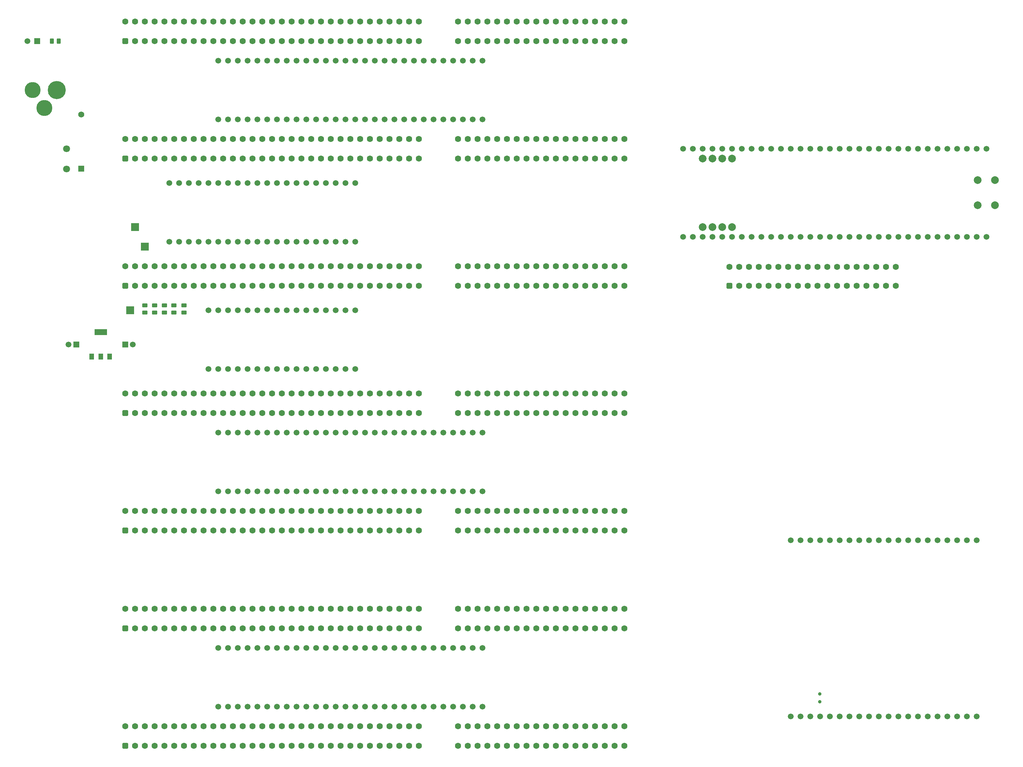
<source format=gbr>
%TF.GenerationSoftware,KiCad,Pcbnew,8.0.4*%
%TF.CreationDate,2024-08-13T10:11:20+02:00*%
%TF.ProjectId,Mainboard Small,4d61696e-626f-4617-9264-20536d616c6c,rev?*%
%TF.SameCoordinates,Original*%
%TF.FileFunction,Soldermask,Top*%
%TF.FilePolarity,Negative*%
%FSLAX46Y46*%
G04 Gerber Fmt 4.6, Leading zero omitted, Abs format (unit mm)*
G04 Created by KiCad (PCBNEW 8.0.4) date 2024-08-13 10:11:20*
%MOMM*%
%LPD*%
G01*
G04 APERTURE LIST*
G04 Aperture macros list*
%AMRoundRect*
0 Rectangle with rounded corners*
0 $1 Rounding radius*
0 $2 $3 $4 $5 $6 $7 $8 $9 X,Y pos of 4 corners*
0 Add a 4 corners polygon primitive as box body*
4,1,4,$2,$3,$4,$5,$6,$7,$8,$9,$2,$3,0*
0 Add four circle primitives for the rounded corners*
1,1,$1+$1,$2,$3*
1,1,$1+$1,$4,$5*
1,1,$1+$1,$6,$7*
1,1,$1+$1,$8,$9*
0 Add four rect primitives between the rounded corners*
20,1,$1+$1,$2,$3,$4,$5,0*
20,1,$1+$1,$4,$5,$6,$7,0*
20,1,$1+$1,$6,$7,$8,$9,0*
20,1,$1+$1,$8,$9,$2,$3,0*%
G04 Aperture macros list end*
%ADD10RoundRect,0.250000X-0.450000X0.262500X-0.450000X-0.262500X0.450000X-0.262500X0.450000X0.262500X0*%
%ADD11R,1.200000X1.500000*%
%ADD12R,3.300000X1.500000*%
%ADD13RoundRect,0.400000X0.400000X0.400000X-0.400000X0.400000X-0.400000X-0.400000X0.400000X-0.400000X0*%
%ADD14C,1.600000*%
%ADD15C,4.700000*%
%ADD16C,4.150000*%
%ADD17C,1.500000*%
%ADD18C,0.900000*%
%ADD19RoundRect,0.250000X0.450000X-0.262500X0.450000X0.262500X-0.450000X0.262500X-0.450000X-0.262500X0*%
%ADD20R,2.000000X2.000000*%
%ADD21R,1.500000X1.500000*%
%ADD22C,2.000000*%
%ADD23RoundRect,0.250000X-0.262500X-0.450000X0.262500X-0.450000X0.262500X0.450000X-0.262500X0.450000X0*%
%ADD24R,1.575000X1.575000*%
%ADD25C,1.575000*%
%ADD26C,1.800000*%
G04 APERTURE END LIST*
D10*
%TO.C,R6*%
X60960000Y-91480000D03*
X60960000Y-93305000D03*
%TD*%
D11*
%TO.C,IC3*%
X37070000Y-104800000D03*
X39370000Y-104800000D03*
X41670000Y-104800000D03*
D12*
X39370000Y-98400000D03*
%TD*%
D13*
%TO.C,MPD0*%
X202565000Y-86360000D03*
D14*
X202565000Y-81509000D03*
X205105000Y-86360000D03*
X205105000Y-81509000D03*
X207645000Y-86360000D03*
X207645000Y-81509000D03*
X210185000Y-86360000D03*
X210185000Y-81509000D03*
X212725000Y-86360000D03*
X212725000Y-81509000D03*
X215265000Y-86360000D03*
X215265000Y-81509000D03*
X217805000Y-86360000D03*
X217805000Y-81509000D03*
X220345000Y-86360000D03*
X220345000Y-81509000D03*
X222885000Y-86360000D03*
X222885000Y-81509000D03*
X225425000Y-86360000D03*
X225425000Y-81509000D03*
X227965000Y-86360000D03*
X227965000Y-81509000D03*
X230505000Y-86360000D03*
X230505000Y-81509000D03*
X233045000Y-86360000D03*
X233045000Y-81509000D03*
X235585000Y-86360000D03*
X235585000Y-81509000D03*
X238125000Y-86360000D03*
X238125000Y-81509000D03*
X240665000Y-86360000D03*
X240665000Y-81509000D03*
X243205000Y-86360000D03*
X243205000Y-81509000D03*
X245745000Y-86360000D03*
X245745000Y-81509000D03*
%TD*%
%TO.C,DEV5*%
X45720000Y-144780000D03*
X48260000Y-144780000D03*
X50800000Y-144780000D03*
X53340000Y-144780000D03*
X55880000Y-144780000D03*
X58420000Y-144780000D03*
X60960000Y-144780000D03*
X63500000Y-144780000D03*
X66040000Y-144780000D03*
X68580000Y-144780000D03*
X71120000Y-144780000D03*
X73660000Y-144780000D03*
X76200000Y-144780000D03*
X78740000Y-144780000D03*
X81280000Y-144780000D03*
X83820000Y-144780000D03*
X86360000Y-144780000D03*
X88900000Y-144780000D03*
X91440000Y-144780000D03*
X93980000Y-144780000D03*
X96520000Y-144780000D03*
X99060000Y-144780000D03*
X101600000Y-144780000D03*
X104140000Y-144780000D03*
X106680000Y-144780000D03*
X109220000Y-144780000D03*
X111760000Y-144780000D03*
X114300000Y-144780000D03*
X116840000Y-144780000D03*
X119380000Y-144780000D03*
X121920000Y-144780000D03*
D13*
X45720000Y-149860000D03*
D14*
X48260000Y-149860000D03*
X50800000Y-149860000D03*
X53340000Y-149860000D03*
X55880000Y-149860000D03*
X58420000Y-149860000D03*
X60960000Y-149860000D03*
X63500000Y-149860000D03*
X66040000Y-149860000D03*
X68580000Y-149860000D03*
X71120000Y-149860000D03*
X73660000Y-149860000D03*
X76200000Y-149860000D03*
X78740000Y-149860000D03*
X81280000Y-149860000D03*
X83820000Y-149860000D03*
X86360000Y-149860000D03*
X88900000Y-149860000D03*
X91440000Y-149860000D03*
X93980000Y-149860000D03*
X96520000Y-149860000D03*
X99060000Y-149860000D03*
X101600000Y-149860000D03*
X104140000Y-149860000D03*
X106680000Y-149860000D03*
X109220000Y-149860000D03*
X111760000Y-149860000D03*
X114300000Y-149860000D03*
X116840000Y-149860000D03*
X119380000Y-149860000D03*
X121920000Y-149860000D03*
X132080000Y-144780000D03*
X134620000Y-144780000D03*
X137160000Y-144780000D03*
X139700000Y-144780000D03*
X142240000Y-144780000D03*
X144780000Y-144780000D03*
X147320000Y-144780000D03*
X149860000Y-144780000D03*
X152400000Y-144780000D03*
X154940000Y-144780000D03*
X157480000Y-144780000D03*
X160020000Y-144780000D03*
X162560000Y-144780000D03*
X165100000Y-144780000D03*
X167640000Y-144780000D03*
X170180000Y-144780000D03*
X172720000Y-144780000D03*
X175260000Y-144780000D03*
X132080000Y-149860000D03*
X134620000Y-149860000D03*
X137160000Y-149860000D03*
X139700000Y-149860000D03*
X142240000Y-149860000D03*
X144780000Y-149860000D03*
X147320000Y-149860000D03*
X149860000Y-149860000D03*
X152400000Y-149860000D03*
X154940000Y-149860000D03*
X157480000Y-149860000D03*
X160020000Y-149860000D03*
X162560000Y-149860000D03*
X165100000Y-149860000D03*
X167640000Y-149860000D03*
X170180000Y-149860000D03*
X172720000Y-149860000D03*
X175260000Y-149860000D03*
%TD*%
D15*
%TO.C,J3*%
X27940000Y-35560000D03*
D16*
X24740000Y-40260000D03*
X21740000Y-35560000D03*
%TD*%
D17*
%TO.C,B1*%
X69850000Y-43180000D03*
X72390000Y-43180000D03*
X74930000Y-43180000D03*
X77470000Y-43180000D03*
X80010000Y-43180000D03*
X82550000Y-43180000D03*
X85090000Y-43180000D03*
X87630000Y-43180000D03*
X90170000Y-43180000D03*
X92710000Y-43180000D03*
X95250000Y-43180000D03*
X97790000Y-43180000D03*
X100330000Y-43180000D03*
X102870000Y-43180000D03*
X105410000Y-43180000D03*
X107950000Y-43180000D03*
X110490000Y-43180000D03*
X113030000Y-43180000D03*
X115570000Y-43180000D03*
X118110000Y-43180000D03*
X120650000Y-43180000D03*
X123190000Y-43180000D03*
X125730000Y-43180000D03*
X128270000Y-43180000D03*
X130810000Y-43180000D03*
X133350000Y-43180000D03*
X135890000Y-43180000D03*
X138430000Y-43180000D03*
X138430000Y-27940000D03*
X135890000Y-27940000D03*
X133350000Y-27940000D03*
X130810000Y-27940000D03*
X128270000Y-27940000D03*
X125730000Y-27940000D03*
X123190000Y-27940000D03*
X120650000Y-27940000D03*
X118110000Y-27940000D03*
X115570000Y-27940000D03*
X113030000Y-27940000D03*
X110490000Y-27940000D03*
X107950000Y-27940000D03*
X105410000Y-27940000D03*
X102870000Y-27940000D03*
X100330000Y-27940000D03*
X97790000Y-27940000D03*
X95250000Y-27940000D03*
X92710000Y-27940000D03*
X90170000Y-27940000D03*
X87630000Y-27940000D03*
X85090000Y-27940000D03*
X82550000Y-27940000D03*
X80010000Y-27940000D03*
X77470000Y-27940000D03*
X74930000Y-27940000D03*
X72390000Y-27940000D03*
X69850000Y-27940000D03*
%TD*%
%TO.C,B3*%
X69850000Y-195580000D03*
X72390000Y-195580000D03*
X74930000Y-195580000D03*
X77470000Y-195580000D03*
X80010000Y-195580000D03*
X82550000Y-195580000D03*
X85090000Y-195580000D03*
X87630000Y-195580000D03*
X90170000Y-195580000D03*
X92710000Y-195580000D03*
X95250000Y-195580000D03*
X97790000Y-195580000D03*
X100330000Y-195580000D03*
X102870000Y-195580000D03*
X105410000Y-195580000D03*
X107950000Y-195580000D03*
X110490000Y-195580000D03*
X113030000Y-195580000D03*
X115570000Y-195580000D03*
X118110000Y-195580000D03*
X120650000Y-195580000D03*
X123190000Y-195580000D03*
X125730000Y-195580000D03*
X128270000Y-195580000D03*
X130810000Y-195580000D03*
X133350000Y-195580000D03*
X135890000Y-195580000D03*
X138430000Y-195580000D03*
X138430000Y-180340000D03*
X135890000Y-180340000D03*
X133350000Y-180340000D03*
X130810000Y-180340000D03*
X128270000Y-180340000D03*
X125730000Y-180340000D03*
X123190000Y-180340000D03*
X120650000Y-180340000D03*
X118110000Y-180340000D03*
X115570000Y-180340000D03*
X113030000Y-180340000D03*
X110490000Y-180340000D03*
X107950000Y-180340000D03*
X105410000Y-180340000D03*
X102870000Y-180340000D03*
X100330000Y-180340000D03*
X97790000Y-180340000D03*
X95250000Y-180340000D03*
X92710000Y-180340000D03*
X90170000Y-180340000D03*
X87630000Y-180340000D03*
X85090000Y-180340000D03*
X82550000Y-180340000D03*
X80010000Y-180340000D03*
X77470000Y-180340000D03*
X74930000Y-180340000D03*
X72390000Y-180340000D03*
X69850000Y-180340000D03*
%TD*%
D18*
%TO.C,B6*%
X226035000Y-194335400D03*
X226035000Y-192335400D03*
D17*
X218440000Y-198120000D03*
X220980000Y-198120000D03*
X223520000Y-198120000D03*
X226060000Y-198120000D03*
X228600000Y-198120000D03*
X231140000Y-198120000D03*
X233680000Y-198120000D03*
X236220000Y-198120000D03*
X238760000Y-198120000D03*
X241300000Y-198120000D03*
X243840000Y-198120000D03*
X246380000Y-198120000D03*
X248920000Y-198120000D03*
X251460000Y-198120000D03*
X254000000Y-198120000D03*
X256540000Y-198120000D03*
X259080000Y-198120000D03*
X261620000Y-198120000D03*
X264160000Y-198120000D03*
X266700000Y-198120000D03*
X266700000Y-152400000D03*
X264160000Y-152400000D03*
X261620000Y-152400000D03*
X259080000Y-152400000D03*
X256540000Y-152400000D03*
X254000000Y-152400000D03*
X251460000Y-152400000D03*
X248920000Y-152400000D03*
X246380000Y-152400000D03*
X243840000Y-152400000D03*
X241300000Y-152400000D03*
X238760000Y-152400000D03*
X236220000Y-152400000D03*
X233680000Y-152400000D03*
X231140000Y-152400000D03*
X228600000Y-152400000D03*
X226060000Y-152400000D03*
X223520000Y-152400000D03*
X220980000Y-152400000D03*
X218440000Y-152400000D03*
%TD*%
D19*
%TO.C,R2*%
X53340000Y-93305000D03*
X53340000Y-91480000D03*
%TD*%
D10*
%TO.C,R1*%
X50800000Y-91480000D03*
X50800000Y-93305000D03*
%TD*%
%TO.C,R4*%
X55900000Y-91480000D03*
X55900000Y-93305000D03*
%TD*%
D20*
%TO.C,TP2*%
X50800000Y-76240000D03*
%TD*%
D21*
%TO.C,C4*%
X45720000Y-101600000D03*
D17*
X47720000Y-101600000D03*
%TD*%
D19*
%TO.C,R5*%
X58400000Y-93305000D03*
X58400000Y-91480000D03*
%TD*%
D20*
%TO.C,TP1*%
X48260000Y-71160000D03*
%TD*%
D14*
%TO.C,DEV16*%
X45720000Y-17780000D03*
X48260000Y-17780000D03*
X50800000Y-17780000D03*
X53340000Y-17780000D03*
X55880000Y-17780000D03*
X58420000Y-17780000D03*
X60960000Y-17780000D03*
X63500000Y-17780000D03*
X66040000Y-17780000D03*
X68580000Y-17780000D03*
X71120000Y-17780000D03*
X73660000Y-17780000D03*
X76200000Y-17780000D03*
X78740000Y-17780000D03*
X81280000Y-17780000D03*
X83820000Y-17780000D03*
X86360000Y-17780000D03*
X88900000Y-17780000D03*
X91440000Y-17780000D03*
X93980000Y-17780000D03*
X96520000Y-17780000D03*
X99060000Y-17780000D03*
X101600000Y-17780000D03*
X104140000Y-17780000D03*
X106680000Y-17780000D03*
X109220000Y-17780000D03*
X111760000Y-17780000D03*
X114300000Y-17780000D03*
X116840000Y-17780000D03*
X119380000Y-17780000D03*
X121920000Y-17780000D03*
D13*
X45720000Y-22860000D03*
D14*
X48260000Y-22860000D03*
X50800000Y-22860000D03*
X53340000Y-22860000D03*
X55880000Y-22860000D03*
X58420000Y-22860000D03*
X60960000Y-22860000D03*
X63500000Y-22860000D03*
X66040000Y-22860000D03*
X68580000Y-22860000D03*
X71120000Y-22860000D03*
X73660000Y-22860000D03*
X76200000Y-22860000D03*
X78740000Y-22860000D03*
X81280000Y-22860000D03*
X83820000Y-22860000D03*
X86360000Y-22860000D03*
X88900000Y-22860000D03*
X91440000Y-22860000D03*
X93980000Y-22860000D03*
X96520000Y-22860000D03*
X99060000Y-22860000D03*
X101600000Y-22860000D03*
X104140000Y-22860000D03*
X106680000Y-22860000D03*
X109220000Y-22860000D03*
X111760000Y-22860000D03*
X114300000Y-22860000D03*
X116840000Y-22860000D03*
X119380000Y-22860000D03*
X121920000Y-22860000D03*
X132080000Y-17780000D03*
X134620000Y-17780000D03*
X137160000Y-17780000D03*
X139700000Y-17780000D03*
X142240000Y-17780000D03*
X144780000Y-17780000D03*
X147320000Y-17780000D03*
X149860000Y-17780000D03*
X152400000Y-17780000D03*
X154940000Y-17780000D03*
X157480000Y-17780000D03*
X160020000Y-17780000D03*
X162560000Y-17780000D03*
X165100000Y-17780000D03*
X167640000Y-17780000D03*
X170180000Y-17780000D03*
X172720000Y-17780000D03*
X175260000Y-17780000D03*
X132080000Y-22860000D03*
X134620000Y-22860000D03*
X137160000Y-22860000D03*
X139700000Y-22860000D03*
X142240000Y-22860000D03*
X144780000Y-22860000D03*
X147320000Y-22860000D03*
X149860000Y-22860000D03*
X152400000Y-22860000D03*
X154940000Y-22860000D03*
X157480000Y-22860000D03*
X160020000Y-22860000D03*
X162560000Y-22860000D03*
X165100000Y-22860000D03*
X167640000Y-22860000D03*
X170180000Y-22860000D03*
X172720000Y-22860000D03*
X175260000Y-22860000D03*
%TD*%
D22*
%TO.C,B12*%
X195580000Y-71120000D03*
X198120000Y-71120000D03*
X200660000Y-71120000D03*
X203200000Y-71120000D03*
X266990000Y-65480000D03*
X271490000Y-65480000D03*
X266990000Y-58980000D03*
X271490000Y-58980000D03*
X195580000Y-53340000D03*
X198120000Y-53340000D03*
X200660000Y-53340000D03*
X203200000Y-53340000D03*
D17*
X190500000Y-73660000D03*
X193040000Y-73660000D03*
X195580000Y-73660000D03*
X198120000Y-73660000D03*
X200660000Y-73660000D03*
X203200000Y-73660000D03*
X205740000Y-73660000D03*
X208280000Y-73660000D03*
X210820000Y-73660000D03*
X213360000Y-73660000D03*
X215900000Y-73660000D03*
X218440000Y-73660000D03*
X220980000Y-73660000D03*
X223520000Y-73660000D03*
X226060000Y-73660000D03*
X228600000Y-73660000D03*
X231140000Y-73660000D03*
X233680000Y-73660000D03*
X236220000Y-73660000D03*
X238760000Y-73660000D03*
X241300000Y-73660000D03*
X243840000Y-73660000D03*
X246380000Y-73660000D03*
X248920000Y-73660000D03*
X251460000Y-73660000D03*
X254000000Y-73660000D03*
X256540000Y-73660000D03*
X259080000Y-73660000D03*
X261620000Y-73660000D03*
X264160000Y-73660000D03*
X266700000Y-73660000D03*
X269240000Y-73660000D03*
X269240000Y-50800000D03*
X266700000Y-50800000D03*
X264160000Y-50800000D03*
X261620000Y-50800000D03*
X259080000Y-50800000D03*
X256540000Y-50800000D03*
X254000000Y-50800000D03*
X251460000Y-50800000D03*
X248920000Y-50800000D03*
X246380000Y-50800000D03*
X243840000Y-50800000D03*
X241300000Y-50800000D03*
X238760000Y-50800000D03*
X236220000Y-50800000D03*
X233680000Y-50800000D03*
X231140000Y-50800000D03*
X228600000Y-50800000D03*
X226060000Y-50800000D03*
X223520000Y-50800000D03*
X220980000Y-50800000D03*
X218440000Y-50800000D03*
X215900000Y-50800000D03*
X213360000Y-50800000D03*
X210820000Y-50800000D03*
X208280000Y-50800000D03*
X205740000Y-50800000D03*
X203200000Y-50800000D03*
X200660000Y-50800000D03*
X198120000Y-50800000D03*
X195580000Y-50800000D03*
X193040000Y-50800000D03*
X190500000Y-50800000D03*
%TD*%
D21*
%TO.C,LED2*%
X22860000Y-22860000D03*
D17*
X20320000Y-22860000D03*
%TD*%
D21*
%TO.C,C3*%
X33020000Y-101600000D03*
D17*
X31020000Y-101600000D03*
%TD*%
D23*
%TO.C,R3*%
X26670000Y-22860000D03*
X28495000Y-22860000D03*
%TD*%
D14*
%TO.C,DEV4*%
X45720000Y-170180000D03*
X48260000Y-170180000D03*
X50800000Y-170180000D03*
X53340000Y-170180000D03*
X55880000Y-170180000D03*
X58420000Y-170180000D03*
X60960000Y-170180000D03*
X63500000Y-170180000D03*
X66040000Y-170180000D03*
X68580000Y-170180000D03*
X71120000Y-170180000D03*
X73660000Y-170180000D03*
X76200000Y-170180000D03*
X78740000Y-170180000D03*
X81280000Y-170180000D03*
X83820000Y-170180000D03*
X86360000Y-170180000D03*
X88900000Y-170180000D03*
X91440000Y-170180000D03*
X93980000Y-170180000D03*
X96520000Y-170180000D03*
X99060000Y-170180000D03*
X101600000Y-170180000D03*
X104140000Y-170180000D03*
X106680000Y-170180000D03*
X109220000Y-170180000D03*
X111760000Y-170180000D03*
X114300000Y-170180000D03*
X116840000Y-170180000D03*
X119380000Y-170180000D03*
X121920000Y-170180000D03*
D13*
X45720000Y-175260000D03*
D14*
X48260000Y-175260000D03*
X50800000Y-175260000D03*
X53340000Y-175260000D03*
X55880000Y-175260000D03*
X58420000Y-175260000D03*
X60960000Y-175260000D03*
X63500000Y-175260000D03*
X66040000Y-175260000D03*
X68580000Y-175260000D03*
X71120000Y-175260000D03*
X73660000Y-175260000D03*
X76200000Y-175260000D03*
X78740000Y-175260000D03*
X81280000Y-175260000D03*
X83820000Y-175260000D03*
X86360000Y-175260000D03*
X88900000Y-175260000D03*
X91440000Y-175260000D03*
X93980000Y-175260000D03*
X96520000Y-175260000D03*
X99060000Y-175260000D03*
X101600000Y-175260000D03*
X104140000Y-175260000D03*
X106680000Y-175260000D03*
X109220000Y-175260000D03*
X111760000Y-175260000D03*
X114300000Y-175260000D03*
X116840000Y-175260000D03*
X119380000Y-175260000D03*
X121920000Y-175260000D03*
X132080000Y-170180000D03*
X134620000Y-170180000D03*
X137160000Y-170180000D03*
X139700000Y-170180000D03*
X142240000Y-170180000D03*
X144780000Y-170180000D03*
X147320000Y-170180000D03*
X149860000Y-170180000D03*
X152400000Y-170180000D03*
X154940000Y-170180000D03*
X157480000Y-170180000D03*
X160020000Y-170180000D03*
X162560000Y-170180000D03*
X165100000Y-170180000D03*
X167640000Y-170180000D03*
X170180000Y-170180000D03*
X172720000Y-170180000D03*
X175260000Y-170180000D03*
X132080000Y-175260000D03*
X134620000Y-175260000D03*
X137160000Y-175260000D03*
X139700000Y-175260000D03*
X142240000Y-175260000D03*
X144780000Y-175260000D03*
X147320000Y-175260000D03*
X149860000Y-175260000D03*
X152400000Y-175260000D03*
X154940000Y-175260000D03*
X157480000Y-175260000D03*
X160020000Y-175260000D03*
X162560000Y-175260000D03*
X165100000Y-175260000D03*
X167640000Y-175260000D03*
X170180000Y-175260000D03*
X172720000Y-175260000D03*
X175260000Y-175260000D03*
%TD*%
%TO.C,DEV3*%
X45720000Y-200660000D03*
X48260000Y-200660000D03*
X50800000Y-200660000D03*
X53340000Y-200660000D03*
X55880000Y-200660000D03*
X58420000Y-200660000D03*
X60960000Y-200660000D03*
X63500000Y-200660000D03*
X66040000Y-200660000D03*
X68580000Y-200660000D03*
X71120000Y-200660000D03*
X73660000Y-200660000D03*
X76200000Y-200660000D03*
X78740000Y-200660000D03*
X81280000Y-200660000D03*
X83820000Y-200660000D03*
X86360000Y-200660000D03*
X88900000Y-200660000D03*
X91440000Y-200660000D03*
X93980000Y-200660000D03*
X96520000Y-200660000D03*
X99060000Y-200660000D03*
X101600000Y-200660000D03*
X104140000Y-200660000D03*
X106680000Y-200660000D03*
X109220000Y-200660000D03*
X111760000Y-200660000D03*
X114300000Y-200660000D03*
X116840000Y-200660000D03*
X119380000Y-200660000D03*
X121920000Y-200660000D03*
D13*
X45720000Y-205740000D03*
D14*
X48260000Y-205740000D03*
X50800000Y-205740000D03*
X53340000Y-205740000D03*
X55880000Y-205740000D03*
X58420000Y-205740000D03*
X60960000Y-205740000D03*
X63500000Y-205740000D03*
X66040000Y-205740000D03*
X68580000Y-205740000D03*
X71120000Y-205740000D03*
X73660000Y-205740000D03*
X76200000Y-205740000D03*
X78740000Y-205740000D03*
X81280000Y-205740000D03*
X83820000Y-205740000D03*
X86360000Y-205740000D03*
X88900000Y-205740000D03*
X91440000Y-205740000D03*
X93980000Y-205740000D03*
X96520000Y-205740000D03*
X99060000Y-205740000D03*
X101600000Y-205740000D03*
X104140000Y-205740000D03*
X106680000Y-205740000D03*
X109220000Y-205740000D03*
X111760000Y-205740000D03*
X114300000Y-205740000D03*
X116840000Y-205740000D03*
X119380000Y-205740000D03*
X121920000Y-205740000D03*
X132080000Y-200660000D03*
X134620000Y-200660000D03*
X137160000Y-200660000D03*
X139700000Y-200660000D03*
X142240000Y-200660000D03*
X144780000Y-200660000D03*
X147320000Y-200660000D03*
X149860000Y-200660000D03*
X152400000Y-200660000D03*
X154940000Y-200660000D03*
X157480000Y-200660000D03*
X160020000Y-200660000D03*
X162560000Y-200660000D03*
X165100000Y-200660000D03*
X167640000Y-200660000D03*
X170180000Y-200660000D03*
X172720000Y-200660000D03*
X175260000Y-200660000D03*
X132080000Y-205740000D03*
X134620000Y-205740000D03*
X137160000Y-205740000D03*
X139700000Y-205740000D03*
X142240000Y-205740000D03*
X144780000Y-205740000D03*
X147320000Y-205740000D03*
X149860000Y-205740000D03*
X152400000Y-205740000D03*
X154940000Y-205740000D03*
X157480000Y-205740000D03*
X160020000Y-205740000D03*
X162560000Y-205740000D03*
X165100000Y-205740000D03*
X167640000Y-205740000D03*
X170180000Y-205740000D03*
X172720000Y-205740000D03*
X175260000Y-205740000D03*
%TD*%
%TO.C,MPU0*%
X45720000Y-81280000D03*
X48260000Y-81280000D03*
X50800000Y-81280000D03*
X53340000Y-81280000D03*
X55880000Y-81280000D03*
X58420000Y-81280000D03*
X60960000Y-81280000D03*
X63500000Y-81280000D03*
X66040000Y-81280000D03*
X68580000Y-81280000D03*
X71120000Y-81280000D03*
X73660000Y-81280000D03*
X76200000Y-81280000D03*
X78740000Y-81280000D03*
X81280000Y-81280000D03*
X83820000Y-81280000D03*
X86360000Y-81280000D03*
X88900000Y-81280000D03*
X91440000Y-81280000D03*
X93980000Y-81280000D03*
X96520000Y-81280000D03*
X99060000Y-81280000D03*
X101600000Y-81280000D03*
X104140000Y-81280000D03*
X106680000Y-81280000D03*
X109220000Y-81280000D03*
X111760000Y-81280000D03*
X114300000Y-81280000D03*
X116840000Y-81280000D03*
X119380000Y-81280000D03*
X121920000Y-81280000D03*
D13*
X45720000Y-86360000D03*
D14*
X48260000Y-86360000D03*
X50800000Y-86360000D03*
X53340000Y-86360000D03*
X55880000Y-86360000D03*
X58420000Y-86360000D03*
X60960000Y-86360000D03*
X63500000Y-86360000D03*
X66040000Y-86360000D03*
X68580000Y-86360000D03*
X71120000Y-86360000D03*
X73660000Y-86360000D03*
X76200000Y-86360000D03*
X78740000Y-86360000D03*
X81280000Y-86360000D03*
X83820000Y-86360000D03*
X86360000Y-86360000D03*
X88900000Y-86360000D03*
X91440000Y-86360000D03*
X93980000Y-86360000D03*
X96520000Y-86360000D03*
X99060000Y-86360000D03*
X101600000Y-86360000D03*
X104140000Y-86360000D03*
X106680000Y-86360000D03*
X109220000Y-86360000D03*
X111760000Y-86360000D03*
X114300000Y-86360000D03*
X116840000Y-86360000D03*
X119380000Y-86360000D03*
X121920000Y-86360000D03*
X132080000Y-81280000D03*
X134620000Y-81280000D03*
X137160000Y-81280000D03*
X139700000Y-81280000D03*
X142240000Y-81280000D03*
X144780000Y-81280000D03*
X147320000Y-81280000D03*
X149860000Y-81280000D03*
X152400000Y-81280000D03*
X154940000Y-81280000D03*
X157480000Y-81280000D03*
X160020000Y-81280000D03*
X162560000Y-81280000D03*
X165100000Y-81280000D03*
X167640000Y-81280000D03*
X170180000Y-81280000D03*
X172720000Y-81280000D03*
X175260000Y-81280000D03*
X132080000Y-86360000D03*
X134620000Y-86360000D03*
X137160000Y-86360000D03*
X139700000Y-86360000D03*
X142240000Y-86360000D03*
X144780000Y-86360000D03*
X147320000Y-86360000D03*
X149860000Y-86360000D03*
X152400000Y-86360000D03*
X154940000Y-86360000D03*
X157480000Y-86360000D03*
X160020000Y-86360000D03*
X162560000Y-86360000D03*
X165100000Y-86360000D03*
X167640000Y-86360000D03*
X170180000Y-86360000D03*
X172720000Y-86360000D03*
X175260000Y-86360000D03*
%TD*%
D20*
%TO.C,TP3*%
X46990000Y-92710000D03*
%TD*%
D14*
%TO.C,DEV17*%
X45720000Y-48260000D03*
X48260000Y-48260000D03*
X50800000Y-48260000D03*
X53340000Y-48260000D03*
X55880000Y-48260000D03*
X58420000Y-48260000D03*
X60960000Y-48260000D03*
X63500000Y-48260000D03*
X66040000Y-48260000D03*
X68580000Y-48260000D03*
X71120000Y-48260000D03*
X73660000Y-48260000D03*
X76200000Y-48260000D03*
X78740000Y-48260000D03*
X81280000Y-48260000D03*
X83820000Y-48260000D03*
X86360000Y-48260000D03*
X88900000Y-48260000D03*
X91440000Y-48260000D03*
X93980000Y-48260000D03*
X96520000Y-48260000D03*
X99060000Y-48260000D03*
X101600000Y-48260000D03*
X104140000Y-48260000D03*
X106680000Y-48260000D03*
X109220000Y-48260000D03*
X111760000Y-48260000D03*
X114300000Y-48260000D03*
X116840000Y-48260000D03*
X119380000Y-48260000D03*
X121920000Y-48260000D03*
D13*
X45720000Y-53340000D03*
D14*
X48260000Y-53340000D03*
X50800000Y-53340000D03*
X53340000Y-53340000D03*
X55880000Y-53340000D03*
X58420000Y-53340000D03*
X60960000Y-53340000D03*
X63500000Y-53340000D03*
X66040000Y-53340000D03*
X68580000Y-53340000D03*
X71120000Y-53340000D03*
X73660000Y-53340000D03*
X76200000Y-53340000D03*
X78740000Y-53340000D03*
X81280000Y-53340000D03*
X83820000Y-53340000D03*
X86360000Y-53340000D03*
X88900000Y-53340000D03*
X91440000Y-53340000D03*
X93980000Y-53340000D03*
X96520000Y-53340000D03*
X99060000Y-53340000D03*
X101600000Y-53340000D03*
X104140000Y-53340000D03*
X106680000Y-53340000D03*
X109220000Y-53340000D03*
X111760000Y-53340000D03*
X114300000Y-53340000D03*
X116840000Y-53340000D03*
X119380000Y-53340000D03*
X121920000Y-53340000D03*
X132080000Y-48260000D03*
X134620000Y-48260000D03*
X137160000Y-48260000D03*
X139700000Y-48260000D03*
X142240000Y-48260000D03*
X144780000Y-48260000D03*
X147320000Y-48260000D03*
X149860000Y-48260000D03*
X152400000Y-48260000D03*
X154940000Y-48260000D03*
X157480000Y-48260000D03*
X160020000Y-48260000D03*
X162560000Y-48260000D03*
X165100000Y-48260000D03*
X167640000Y-48260000D03*
X170180000Y-48260000D03*
X172720000Y-48260000D03*
X175260000Y-48260000D03*
X132080000Y-53340000D03*
X134620000Y-53340000D03*
X137160000Y-53340000D03*
X139700000Y-53340000D03*
X142240000Y-53340000D03*
X144780000Y-53340000D03*
X147320000Y-53340000D03*
X149860000Y-53340000D03*
X152400000Y-53340000D03*
X154940000Y-53340000D03*
X157480000Y-53340000D03*
X160020000Y-53340000D03*
X162560000Y-53340000D03*
X165100000Y-53340000D03*
X167640000Y-53340000D03*
X170180000Y-53340000D03*
X172720000Y-53340000D03*
X175260000Y-53340000D03*
%TD*%
D24*
%TO.C,D1*%
X34290000Y-56010000D03*
D25*
X34290000Y-41910000D03*
%TD*%
D17*
%TO.C,B4*%
X57150000Y-74930000D03*
X59690000Y-74930000D03*
X62230000Y-74930000D03*
X64770000Y-74930000D03*
X67310000Y-74930000D03*
X69850000Y-74930000D03*
X72390000Y-74930000D03*
X74930000Y-74930000D03*
X77470000Y-74930000D03*
X80010000Y-74930000D03*
X82550000Y-74930000D03*
X85090000Y-74930000D03*
X87630000Y-74930000D03*
X90170000Y-74930000D03*
X92710000Y-74930000D03*
X95250000Y-74930000D03*
X97790000Y-74930000D03*
X100330000Y-74930000D03*
X102870000Y-74930000D03*
X105410000Y-74930000D03*
X105410000Y-59690000D03*
X102870000Y-59690000D03*
X100330000Y-59690000D03*
X97790000Y-59690000D03*
X95250000Y-59690000D03*
X92710000Y-59690000D03*
X90170000Y-59690000D03*
X87630000Y-59690000D03*
X85090000Y-59690000D03*
X82550000Y-59690000D03*
X80010000Y-59690000D03*
X77470000Y-59690000D03*
X74930000Y-59690000D03*
X72390000Y-59690000D03*
X69850000Y-59690000D03*
X67310000Y-59690000D03*
X64770000Y-59690000D03*
X62230000Y-59690000D03*
X59690000Y-59690000D03*
X57150000Y-59690000D03*
%TD*%
D26*
%TO.C,S1*%
X30480000Y-56100000D03*
X30480000Y-50800000D03*
%TD*%
D17*
%TO.C,B2*%
X69850000Y-139700000D03*
X72390000Y-139700000D03*
X74930000Y-139700000D03*
X77470000Y-139700000D03*
X80010000Y-139700000D03*
X82550000Y-139700000D03*
X85090000Y-139700000D03*
X87630000Y-139700000D03*
X90170000Y-139700000D03*
X92710000Y-139700000D03*
X95250000Y-139700000D03*
X97790000Y-139700000D03*
X100330000Y-139700000D03*
X102870000Y-139700000D03*
X105410000Y-139700000D03*
X107950000Y-139700000D03*
X110490000Y-139700000D03*
X113030000Y-139700000D03*
X115570000Y-139700000D03*
X118110000Y-139700000D03*
X120650000Y-139700000D03*
X123190000Y-139700000D03*
X125730000Y-139700000D03*
X128270000Y-139700000D03*
X130810000Y-139700000D03*
X133350000Y-139700000D03*
X135890000Y-139700000D03*
X138430000Y-139700000D03*
X138430000Y-124460000D03*
X135890000Y-124460000D03*
X133350000Y-124460000D03*
X130810000Y-124460000D03*
X128270000Y-124460000D03*
X125730000Y-124460000D03*
X123190000Y-124460000D03*
X120650000Y-124460000D03*
X118110000Y-124460000D03*
X115570000Y-124460000D03*
X113030000Y-124460000D03*
X110490000Y-124460000D03*
X107950000Y-124460000D03*
X105410000Y-124460000D03*
X102870000Y-124460000D03*
X100330000Y-124460000D03*
X97790000Y-124460000D03*
X95250000Y-124460000D03*
X92710000Y-124460000D03*
X90170000Y-124460000D03*
X87630000Y-124460000D03*
X85090000Y-124460000D03*
X82550000Y-124460000D03*
X80010000Y-124460000D03*
X77470000Y-124460000D03*
X74930000Y-124460000D03*
X72390000Y-124460000D03*
X69850000Y-124460000D03*
%TD*%
D14*
%TO.C,DEV6*%
X45720000Y-114300000D03*
X48260000Y-114300000D03*
X50800000Y-114300000D03*
X53340000Y-114300000D03*
X55880000Y-114300000D03*
X58420000Y-114300000D03*
X60960000Y-114300000D03*
X63500000Y-114300000D03*
X66040000Y-114300000D03*
X68580000Y-114300000D03*
X71120000Y-114300000D03*
X73660000Y-114300000D03*
X76200000Y-114300000D03*
X78740000Y-114300000D03*
X81280000Y-114300000D03*
X83820000Y-114300000D03*
X86360000Y-114300000D03*
X88900000Y-114300000D03*
X91440000Y-114300000D03*
X93980000Y-114300000D03*
X96520000Y-114300000D03*
X99060000Y-114300000D03*
X101600000Y-114300000D03*
X104140000Y-114300000D03*
X106680000Y-114300000D03*
X109220000Y-114300000D03*
X111760000Y-114300000D03*
X114300000Y-114300000D03*
X116840000Y-114300000D03*
X119380000Y-114300000D03*
X121920000Y-114300000D03*
D13*
X45720000Y-119380000D03*
D14*
X48260000Y-119380000D03*
X50800000Y-119380000D03*
X53340000Y-119380000D03*
X55880000Y-119380000D03*
X58420000Y-119380000D03*
X60960000Y-119380000D03*
X63500000Y-119380000D03*
X66040000Y-119380000D03*
X68580000Y-119380000D03*
X71120000Y-119380000D03*
X73660000Y-119380000D03*
X76200000Y-119380000D03*
X78740000Y-119380000D03*
X81280000Y-119380000D03*
X83820000Y-119380000D03*
X86360000Y-119380000D03*
X88900000Y-119380000D03*
X91440000Y-119380000D03*
X93980000Y-119380000D03*
X96520000Y-119380000D03*
X99060000Y-119380000D03*
X101600000Y-119380000D03*
X104140000Y-119380000D03*
X106680000Y-119380000D03*
X109220000Y-119380000D03*
X111760000Y-119380000D03*
X114300000Y-119380000D03*
X116840000Y-119380000D03*
X119380000Y-119380000D03*
X121920000Y-119380000D03*
X132080000Y-114300000D03*
X134620000Y-114300000D03*
X137160000Y-114300000D03*
X139700000Y-114300000D03*
X142240000Y-114300000D03*
X144780000Y-114300000D03*
X147320000Y-114300000D03*
X149860000Y-114300000D03*
X152400000Y-114300000D03*
X154940000Y-114300000D03*
X157480000Y-114300000D03*
X160020000Y-114300000D03*
X162560000Y-114300000D03*
X165100000Y-114300000D03*
X167640000Y-114300000D03*
X170180000Y-114300000D03*
X172720000Y-114300000D03*
X175260000Y-114300000D03*
X132080000Y-119380000D03*
X134620000Y-119380000D03*
X137160000Y-119380000D03*
X139700000Y-119380000D03*
X142240000Y-119380000D03*
X144780000Y-119380000D03*
X147320000Y-119380000D03*
X149860000Y-119380000D03*
X152400000Y-119380000D03*
X154940000Y-119380000D03*
X157480000Y-119380000D03*
X160020000Y-119380000D03*
X162560000Y-119380000D03*
X165100000Y-119380000D03*
X167640000Y-119380000D03*
X170180000Y-119380000D03*
X172720000Y-119380000D03*
X175260000Y-119380000D03*
%TD*%
D17*
%TO.C,B5*%
X67310000Y-107950000D03*
X69850000Y-107950000D03*
X72390000Y-107950000D03*
X74930000Y-107950000D03*
X77470000Y-107950000D03*
X80010000Y-107950000D03*
X82550000Y-107950000D03*
X85090000Y-107950000D03*
X87630000Y-107950000D03*
X90170000Y-107950000D03*
X92710000Y-107950000D03*
X95250000Y-107950000D03*
X97790000Y-107950000D03*
X100330000Y-107950000D03*
X102870000Y-107950000D03*
X105410000Y-107950000D03*
X105410000Y-92710000D03*
X102870000Y-92710000D03*
X100330000Y-92710000D03*
X97790000Y-92710000D03*
X95250000Y-92710000D03*
X92710000Y-92710000D03*
X90170000Y-92710000D03*
X87630000Y-92710000D03*
X85090000Y-92710000D03*
X82550000Y-92710000D03*
X80010000Y-92710000D03*
X77470000Y-92710000D03*
X74930000Y-92710000D03*
X72390000Y-92710000D03*
X69850000Y-92710000D03*
X67310000Y-92710000D03*
%TD*%
M02*

</source>
